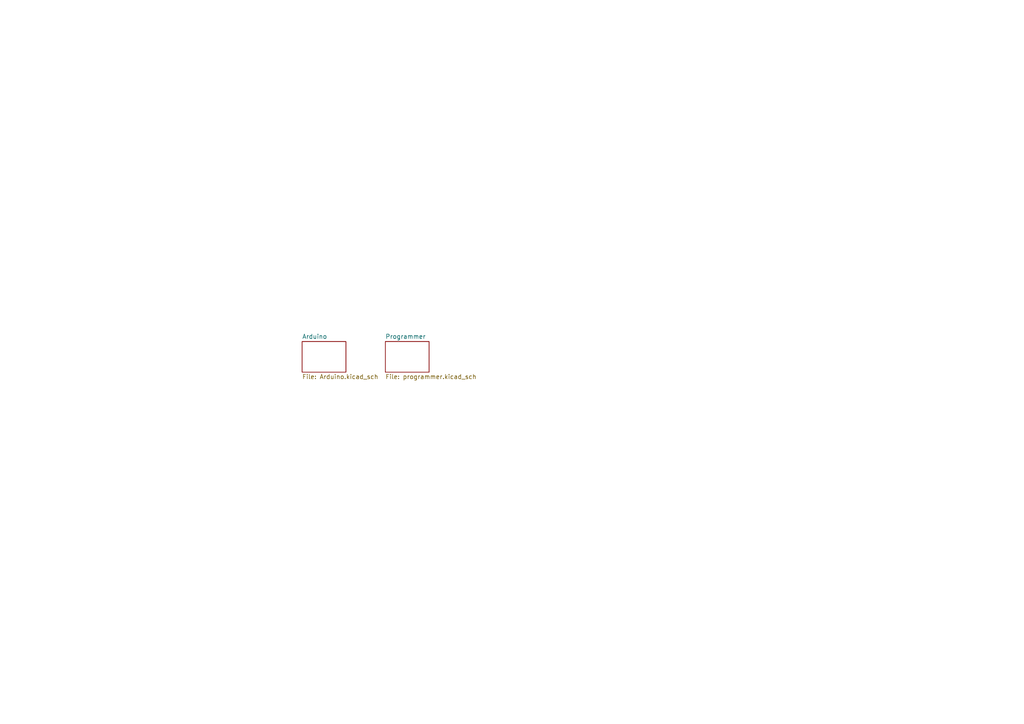
<source format=kicad_sch>
(kicad_sch
	(version 20231120)
	(generator "eeschema")
	(generator_version "8.0")
	(uuid "f37fa955-80dc-4f57-add6-07f5da0e786a")
	(paper "A4")
	(lib_symbols)
	(sheet
		(at 111.76 99.06)
		(size 12.7 8.89)
		(fields_autoplaced yes)
		(stroke
			(width 0.1524)
			(type solid)
		)
		(fill
			(color 0 0 0 0.0000)
		)
		(uuid "ab3cc2a9-a651-499d-8379-ec7ef7721395")
		(property "Sheetname" "Programmer"
			(at 111.76 98.3484 0)
			(effects
				(font
					(size 1.27 1.27)
				)
				(justify left bottom)
			)
		)
		(property "Sheetfile" "programmer.kicad_sch"
			(at 111.76 108.5346 0)
			(effects
				(font
					(size 1.27 1.27)
				)
				(justify left top)
			)
		)
		(instances
			(project "DS2502_prog"
				(path "/f37fa955-80dc-4f57-add6-07f5da0e786a"
					(page "3")
				)
			)
		)
	)
	(sheet
		(at 87.63 99.06)
		(size 12.7 8.89)
		(fields_autoplaced yes)
		(stroke
			(width 0.1524)
			(type solid)
		)
		(fill
			(color 0 0 0 0.0000)
		)
		(uuid "e7be4d89-5754-4a78-93ee-d799f9dd3adc")
		(property "Sheetname" "Arduino"
			(at 87.63 98.3484 0)
			(effects
				(font
					(size 1.27 1.27)
				)
				(justify left bottom)
			)
		)
		(property "Sheetfile" "Arduino.kicad_sch"
			(at 87.63 108.5346 0)
			(effects
				(font
					(size 1.27 1.27)
				)
				(justify left top)
			)
		)
		(property "Field2" ""
			(at 87.63 99.06 0)
			(effects
				(font
					(size 1.27 1.27)
				)
				(hide yes)
			)
		)
		(instances
			(project "DS2502_prog"
				(path "/f37fa955-80dc-4f57-add6-07f5da0e786a"
					(page "2")
				)
			)
		)
	)
	(sheet_instances
		(path "/"
			(page "1")
		)
	)
)

</source>
